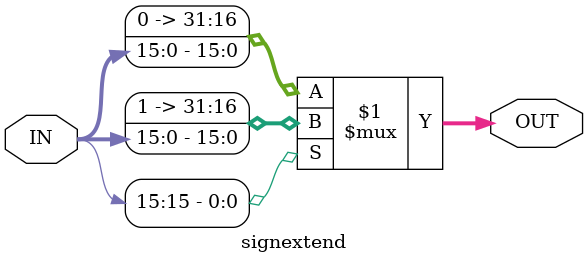
<source format=sv>
module  signextend(
    input wire [15:0] IN,
    output wire [31:0] OUT
);

assign OUT=IN[15] ? {16'hFFFF,IN[15:0]} : {16'h0000,IN[15:0]};
    
endmodule
</source>
